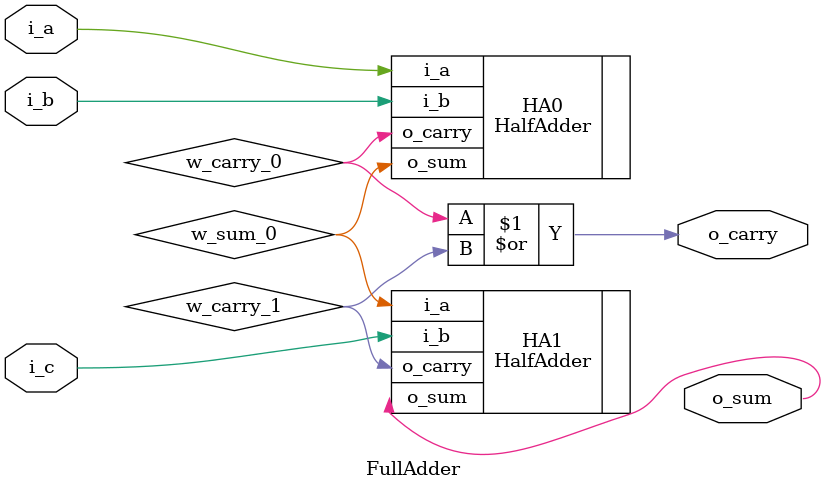
<source format=v>
`timescale 1ns / 1ps


module FullAdder(
    input i_a, i_b, i_c,
    output o_sum, o_carry
     );

    wire w_sum_0, w_carry_0, w_carry_1;

     HalfAdder HA0(
    .i_a(i_a),
    .i_b(i_b),
    .o_sum(w_sum_0),
    .o_carry(w_carry_0)
     );

      HalfAdder HA1(
    .i_a(w_sum_0),
    .i_b(i_c),
    .o_sum(o_sum),
    .o_carry(w_carry_1)
     );

     assign o_carry = w_carry_0 | w_carry_1;
 
    
endmodule

</source>
